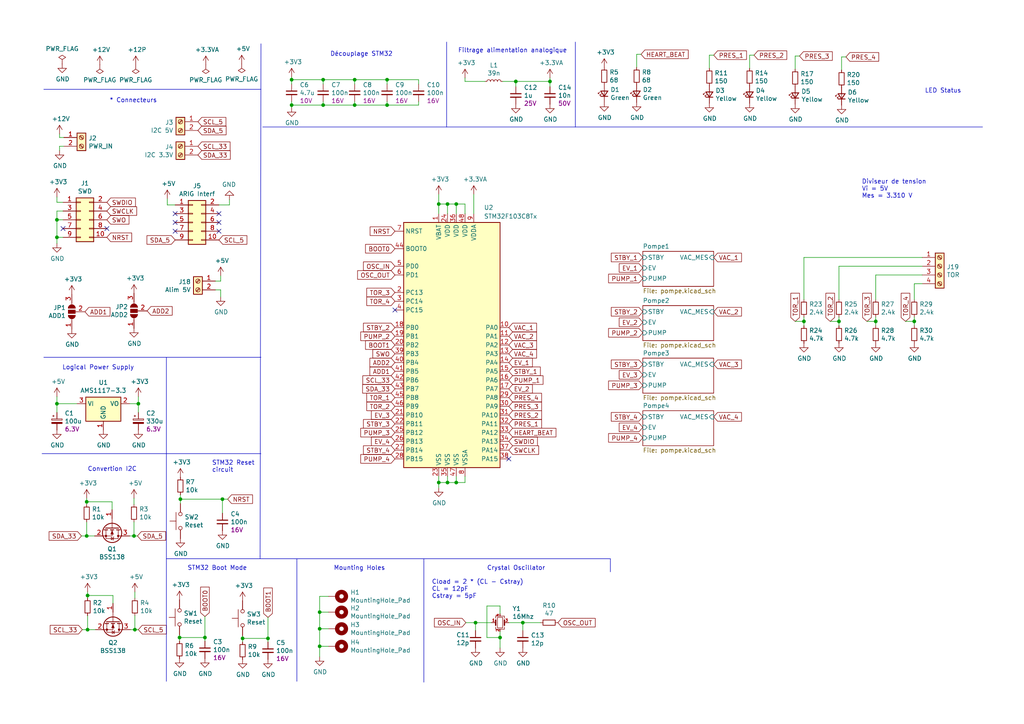
<source format=kicad_sch>
(kicad_sch (version 20230121) (generator eeschema)
  (paper "A4")
  (junction (at 112.268 30.48))
  (junction (at 16.51 117.094))
  (junction (at 254 93.218))
  (junction (at 25.146 145.542))
  (junction (at 159.512 23.622))
  (junction (at 40.132 117.094))
  (junction (at 137.922 180.594))
  (junction (at 64.516 144.78))
  (junction (at 127.254 139.954))
  (junction (at 52.324 144.78))
  (junction (at 132.334 139.954))
  (junction (at 129.794 59.182))
  (junction (at 129.794 139.954))
  (junction (at 84.582 30.48))
  (junction (at 233.172 93.218))
  (junction (at 25.146 155.448))
  (junction (at 70.358 185.166))
  (junction (at 151.638 180.594))
  (junction (at 92.71 187.452))
  (junction (at 132.334 59.182))
  (junction (at 93.726 30.48))
  (junction (at 127.254 59.182))
  (junction (at 52.07 184.912))
  (junction (at 59.436 184.912))
  (junction (at 112.268 23.114))
  (junction (at 92.71 177.546))
  (junction (at 265.176 93.218))
  (junction (at 39.116 182.626))
  (junction (at 77.724 185.166))
  (junction (at 93.726 23.114))
  (junction (at 84.582 23.114))
  (junction (at 102.87 23.114))
  (junction (at 25.4 172.72))
  (junction (at 243.332 93.218))
  (junction (at 16.51 68.834))
  (junction (at 25.4 182.626))
  (junction (at 38.862 155.448))
  (junction (at 145.034 184.912))
  (junction (at 102.87 30.48))
  (junction (at 16.51 63.754))
  (junction (at 149.606 23.622))
  (junction (at 92.71 182.372))
  (no_connect (at 30.988 66.294))
  (no_connect (at 50.8 67.056))
  (no_connect (at 114.554 89.916))
  (no_connect (at 63.5 64.516))
  (no_connect (at 63.5 61.976))
  (no_connect (at 147.574 133.096))
  (no_connect (at 63.5 67.056))
  (no_connect (at 50.8 64.516))
  (no_connect (at 50.8 61.976))
  (no_connect (at 18.288 66.294))
  (wire (pts (xy 50.8 59.436) (xy 48.514 59.436)))
  (wire (pts (xy 137.922 182.88) (xy 137.922 180.594)))
  (wire (pts (xy 134.874 61.976) (xy 134.874 59.182)))
  (wire (pts (xy 23.876 182.626) (xy 25.4 182.626)))
  (wire (pts (xy 233.172 74.676) (xy 233.172 86.868)))
  (wire (pts (xy 77.724 186.182) (xy 77.724 185.166)))
  (wire (pts (xy 127.254 139.954) (xy 127.254 141.478)))
  (wire (pts (xy 134.874 59.182) (xy 132.334 59.182)))
  (wire (pts (xy 230.632 93.218) (xy 233.172 93.218)))
  (wire (pts (xy 265.176 93.218) (xy 265.176 94.488)))
  (wire (pts (xy 233.172 74.676) (xy 267.462 74.676)))
  (wire (pts (xy 262.636 93.218) (xy 265.176 93.218)))
  (wire (pts (xy 141.224 175.768) (xy 141.224 184.912)))
  (polyline (pts (xy 166.878 36.83) (xy 166.878 12.192)))
  (wire (pts (xy 38.862 155.448) (xy 37.592 155.448)))
  (wire (pts (xy 265.176 82.296) (xy 265.176 86.868)))
  (wire (pts (xy 230.632 16.256) (xy 231.902 16.256)))
  (wire (pts (xy 64.008 84.074) (xy 64.008 86.106)))
  (wire (pts (xy 92.71 177.546) (xy 92.71 172.974)))
  (wire (pts (xy 145.034 184.912) (xy 145.034 187.96)))
  (wire (pts (xy 16.51 58.674) (xy 16.51 57.15)))
  (wire (pts (xy 52.324 146.05) (xy 52.324 144.78)))
  (wire (pts (xy 151.638 180.594) (xy 147.574 180.594)))
  (wire (pts (xy 70.358 185.166) (xy 70.358 184.404)))
  (wire (pts (xy 93.726 23.114) (xy 84.582 23.114)))
  (wire (pts (xy 132.334 138.176) (xy 132.334 139.954)))
  (wire (pts (xy 102.87 23.114) (xy 93.726 23.114)))
  (polyline (pts (xy 12.7 25.908) (xy 75.692 25.908)))
  (wire (pts (xy 84.582 30.48) (xy 84.582 31.242)))
  (polyline (pts (xy 177.038 162.052) (xy 177.038 165.862)))
  (wire (pts (xy 243.332 93.218) (xy 243.332 94.488)))
  (wire (pts (xy 16.51 63.754) (xy 16.51 61.214)))
  (wire (pts (xy 16.51 119.634) (xy 16.51 117.094)))
  (wire (pts (xy 16.51 117.094) (xy 16.51 115.062)))
  (wire (pts (xy 52.324 144.78) (xy 52.324 143.51)))
  (wire (pts (xy 244.094 20.32) (xy 244.094 16.51)))
  (wire (pts (xy 64.008 81.534) (xy 64.008 80.01)))
  (wire (pts (xy 38.862 151.384) (xy 38.862 155.448)))
  (wire (pts (xy 95.25 177.546) (xy 92.71 177.546)))
  (wire (pts (xy 95.25 182.372) (xy 92.71 182.372)))
  (wire (pts (xy 16.51 61.214) (xy 18.288 61.214)))
  (wire (pts (xy 121.412 30.48) (xy 112.268 30.48)))
  (wire (pts (xy 40.132 182.626) (xy 39.116 182.626)))
  (wire (pts (xy 137.414 61.976) (xy 137.414 56.388)))
  (wire (pts (xy 102.87 24.384) (xy 102.87 23.114)))
  (wire (pts (xy 267.462 77.216) (xy 243.332 77.216)))
  (wire (pts (xy 77.724 179.07) (xy 77.724 185.166)))
  (polyline (pts (xy 75.438 162.052) (xy 75.438 161.29)))
  (wire (pts (xy 92.71 187.452) (xy 92.71 182.372)))
  (wire (pts (xy 129.794 59.182) (xy 127.254 59.182)))
  (wire (pts (xy 62.484 84.074) (xy 64.008 84.074)))
  (wire (pts (xy 254 79.756) (xy 254 86.868)))
  (wire (pts (xy 93.726 30.48) (xy 84.582 30.48)))
  (wire (pts (xy 127.254 138.176) (xy 127.254 139.954)))
  (wire (pts (xy 145.034 175.768) (xy 141.224 175.768)))
  (wire (pts (xy 134.874 23.622) (xy 140.716 23.622)))
  (wire (pts (xy 184.658 15.748) (xy 185.928 15.748)))
  (wire (pts (xy 25.4 171.704) (xy 25.4 172.72)))
  (polyline (pts (xy 76.2 36.83) (xy 284.988 36.83)))
  (wire (pts (xy 39.116 173.482) (xy 39.116 171.704)))
  (wire (pts (xy 129.794 59.182) (xy 129.794 61.976)))
  (wire (pts (xy 16.51 117.094) (xy 22.352 117.094)))
  (polyline (pts (xy 12.192 131.572) (xy 75.692 131.572)))
  (wire (pts (xy 159.512 25.146) (xy 159.512 23.622)))
  (wire (pts (xy 70.358 186.182) (xy 70.358 185.166)))
  (wire (pts (xy 132.334 139.954) (xy 129.794 139.954)))
  (wire (pts (xy 205.74 19.812) (xy 205.74 16.002)))
  (wire (pts (xy 243.332 91.948) (xy 243.332 93.218)))
  (polyline (pts (xy 48.26 162.052) (xy 177.038 162.052)))
  (wire (pts (xy 25.146 145.542) (xy 25.146 146.304)))
  (wire (pts (xy 32.512 145.542) (xy 32.512 147.828)))
  (wire (pts (xy 265.176 91.948) (xy 265.176 93.218)))
  (wire (pts (xy 18.542 42.418) (xy 17.272 42.418)))
  (wire (pts (xy 92.71 190.5) (xy 92.71 187.452)))
  (wire (pts (xy 18.288 68.834) (xy 16.51 68.834)))
  (wire (pts (xy 141.224 184.912) (xy 145.034 184.912)))
  (wire (pts (xy 205.74 16.002) (xy 207.01 16.002)))
  (wire (pts (xy 25.146 151.384) (xy 25.146 155.448)))
  (wire (pts (xy 59.436 184.912) (xy 52.07 184.912)))
  (wire (pts (xy 52.07 184.912) (xy 52.07 184.15)))
  (wire (pts (xy 39.116 182.626) (xy 37.846 182.626)))
  (wire (pts (xy 63.5 59.436) (xy 66.548 59.436)))
  (wire (pts (xy 37.592 117.094) (xy 40.132 117.094)))
  (wire (pts (xy 25.4 182.626) (xy 27.686 182.626)))
  (wire (pts (xy 59.436 185.928) (xy 59.436 184.912)))
  (wire (pts (xy 92.71 182.372) (xy 92.71 177.546)))
  (wire (pts (xy 156.718 180.594) (xy 151.638 180.594)))
  (wire (pts (xy 17.272 39.878) (xy 17.272 38.862)))
  (wire (pts (xy 62.484 81.534) (xy 64.008 81.534)))
  (wire (pts (xy 93.726 24.384) (xy 93.726 23.114)))
  (wire (pts (xy 134.874 138.176) (xy 134.874 139.954)))
  (wire (pts (xy 18.542 39.878) (xy 17.272 39.878)))
  (wire (pts (xy 84.582 29.464) (xy 84.582 30.48)))
  (wire (pts (xy 112.268 29.464) (xy 112.268 30.48)))
  (wire (pts (xy 217.424 16.002) (xy 218.694 16.002)))
  (wire (pts (xy 243.332 77.216) (xy 243.332 86.868)))
  (wire (pts (xy 254 93.218) (xy 254 94.488)))
  (wire (pts (xy 145.034 183.134) (xy 145.034 184.912)))
  (wire (pts (xy 25.4 172.72) (xy 25.4 173.482)))
  (wire (pts (xy 233.172 91.948) (xy 233.172 93.218)))
  (wire (pts (xy 267.462 79.756) (xy 254 79.756)))
  (wire (pts (xy 95.25 187.452) (xy 92.71 187.452)))
  (wire (pts (xy 32.512 145.542) (xy 25.146 145.542)))
  (wire (pts (xy 16.51 70.612) (xy 16.51 68.834)))
  (wire (pts (xy 121.412 23.114) (xy 112.268 23.114)))
  (wire (pts (xy 230.632 20.066) (xy 230.632 16.256)))
  (wire (pts (xy 129.794 139.954) (xy 127.254 139.954)))
  (wire (pts (xy 121.412 29.464) (xy 121.412 30.48)))
  (wire (pts (xy 59.436 178.816) (xy 59.436 184.912)))
  (wire (pts (xy 84.582 23.114) (xy 84.582 22.352)))
  (wire (pts (xy 84.582 24.384) (xy 84.582 23.114)))
  (wire (pts (xy 32.766 172.72) (xy 32.766 175.006)))
  (wire (pts (xy 52.07 185.928) (xy 52.07 184.912)))
  (wire (pts (xy 134.874 22.606) (xy 134.874 23.622)))
  (wire (pts (xy 129.794 138.176) (xy 129.794 139.954)))
  (wire (pts (xy 38.862 146.304) (xy 38.862 144.526)))
  (wire (pts (xy 32.766 172.72) (xy 25.4 172.72)))
  (wire (pts (xy 244.094 16.51) (xy 245.364 16.51)))
  (wire (pts (xy 112.268 24.384) (xy 112.268 23.114)))
  (wire (pts (xy 40.132 117.094) (xy 40.132 115.062)))
  (wire (pts (xy 132.334 61.976) (xy 132.334 59.182)))
  (wire (pts (xy 23.622 155.448) (xy 25.146 155.448)))
  (wire (pts (xy 64.516 148.844) (xy 64.516 144.78)))
  (wire (pts (xy 102.87 30.48) (xy 93.726 30.48)))
  (polyline (pts (xy 75.692 12.7) (xy 75.438 161.29)))
  (wire (pts (xy 134.874 139.954) (xy 132.334 139.954)))
  (wire (pts (xy 48.514 59.436) (xy 48.514 57.658)))
  (polyline (pts (xy 48.26 103.632) (xy 48.26 197.612)))
  (wire (pts (xy 151.638 182.88) (xy 151.638 180.594)))
  (wire (pts (xy 121.412 24.384) (xy 121.412 23.114)))
  (wire (pts (xy 149.606 23.622) (xy 159.512 23.622)))
  (wire (pts (xy 112.268 23.114) (xy 102.87 23.114)))
  (polyline (pts (xy 12.7 103.632) (xy 75.692 103.632)))
  (wire (pts (xy 93.726 29.464) (xy 93.726 30.48)))
  (polyline (pts (xy 122.936 162.052) (xy 122.936 197.866)))
  (wire (pts (xy 102.87 29.464) (xy 102.87 30.48)))
  (wire (pts (xy 92.71 172.974) (xy 95.25 172.974)))
  (wire (pts (xy 240.792 93.218) (xy 243.332 93.218)))
  (wire (pts (xy 18.288 58.674) (xy 16.51 58.674)))
  (wire (pts (xy 149.606 25.146) (xy 149.606 23.622)))
  (wire (pts (xy 40.132 119.634) (xy 40.132 117.094)))
  (wire (pts (xy 217.424 19.812) (xy 217.424 16.002)))
  (wire (pts (xy 39.116 178.562) (xy 39.116 182.626)))
  (wire (pts (xy 159.512 23.622) (xy 159.512 22.606)))
  (wire (pts (xy 145.796 23.622) (xy 149.606 23.622)))
  (wire (pts (xy 64.516 144.78) (xy 52.324 144.78)))
  (wire (pts (xy 25.146 155.448) (xy 27.432 155.448)))
  (polyline (pts (xy 86.106 162.052) (xy 86.106 197.612)))
  (wire (pts (xy 112.268 30.48) (xy 102.87 30.48)))
  (polyline (pts (xy 129.54 36.83) (xy 129.54 12.192)))
  (wire (pts (xy 127.254 59.182) (xy 127.254 56.388)))
  (wire (pts (xy 137.922 180.594) (xy 135.128 180.594)))
  (wire (pts (xy 251.46 93.218) (xy 254 93.218)))
  (wire (pts (xy 18.288 63.754) (xy 16.51 63.754)))
  (wire (pts (xy 233.172 93.218) (xy 233.172 94.488)))
  (wire (pts (xy 25.146 144.526) (xy 25.146 145.542)))
  (wire (pts (xy 137.922 180.594) (xy 142.494 180.594)))
  (wire (pts (xy 132.334 59.182) (xy 129.794 59.182)))
  (wire (pts (xy 66.548 59.436) (xy 66.548 57.912)))
  (wire (pts (xy 25.4 178.562) (xy 25.4 182.626)))
  (wire (pts (xy 16.51 68.834) (xy 16.51 63.754)))
  (wire (pts (xy 254 91.948) (xy 254 93.218)))
  (wire (pts (xy 39.878 155.448) (xy 38.862 155.448)))
  (wire (pts (xy 77.724 185.166) (xy 70.358 185.166)))
  (wire (pts (xy 184.658 19.558) (xy 184.658 15.748)))
  (wire (pts (xy 17.272 42.418) (xy 17.272 43.688)))
  (wire (pts (xy 145.034 178.054) (xy 145.034 175.768)))
  (wire (pts (xy 267.462 82.296) (xy 265.176 82.296)))
  (wire (pts (xy 64.516 144.78) (xy 66.04 144.78)))
  (wire (pts (xy 127.254 59.182) (xy 127.254 61.976)))
  (text "STM32 Reset \ncircuit" (at 61.468 137.16 0) (effects (font (size 1.27 1.27)) (justify left bottom)))
  (text "Diviseur de tension\nVi = 5V\nMes = 3.310 V" (at 249.936 57.658 0) (effects (font (size 1.27 1.27)) (justify left bottom)))
  (text "Convertion I2C" (at 25.4 136.906 0) (effects (font (size 1.27 1.27)) (justify left bottom)))
  (text "Logical Power Supply" (at 18.034 107.442 0) (effects (font (size 1.27 1.27)) (justify left bottom)))
  (text "Mounting Holes" (at 96.774 165.608 0) (effects (font (size 1.27 1.27)) (justify left bottom)))
  (text "LED Status" (at 268.224 27.178 0) (effects (font (size 1.27 1.27)) (justify left bottom)))
  (text "Cload = 2 * (CL - Cstray)\nCL = 12pF\nCstray = 5pF" (at 125.222 173.736 0) (effects (font (size 1.27 1.27)) (justify left bottom)))
  (text "STM32 Boot Mode" (at 54.356 165.608 0) (effects (font (size 1.27 1.27)) (justify left bottom)))
  (text "Filtrage alimentation analogique" (at 132.842 15.494 0) (effects (font (size 1.27 1.27)) (justify left bottom)))
  (text "* Connecteurs" (at 31.75 29.972 0) (effects (font (size 1.27 1.27)) (justify left bottom)))
  (text "Découplage STM32" (at 95.758 16.51 0) (effects (font (size 1.27 1.27)) (justify left bottom)))
  (text "Crystal Oscillator" (at 141.224 165.608 0) (effects (font (size 1.27 1.27)) (justify left bottom)))
  (global_label "SCL_33" (shape input) (at 114.554 110.236 180) (property "Intersheetrefs" "${INTERSHEET_REFS}" (effects hide)))
  (global_label "OSC_OUT" (shape input) (at 161.798 180.594 0) (property "Intersheetrefs" "${INTERSHEET_REFS}" (effects hide)))
  (global_label "TOR_1" (shape input) (at 230.632 93.218 90) (property "Intersheetrefs" "${INTERSHEET_REFS}" (effects hide)))
  (global_label "PRES_4" (shape input) (at 245.364 16.51 0) (property "Intersheetrefs" "${INTERSHEET_REFS}" (effects hide)))
  (global_label "STBY_1" (shape input) (at 147.574 107.696 0) (property "Intersheetrefs" "${INTERSHEET_REFS}" (effects hide)))
  (global_label "SDA_33" (shape input) (at 23.622 155.448 180) (property "Intersheetrefs" "${INTERSHEET_REFS}" (effects hide)))
  (global_label "TOR_3" (shape input) (at 114.554 84.836 180) (property "Intersheetrefs" "${INTERSHEET_REFS}" (effects hide)))
  (global_label "SWO" (shape input) (at 114.554 102.616 180) (property "Intersheetrefs" "${INTERSHEET_REFS}" (effects hide)))
  (global_label "SWDIO" (shape input) (at 147.574 128.016 0) (property "Intersheetrefs" "${INTERSHEET_REFS}" (effects hide)))
  (global_label "BOOT1" (shape input) (at 77.724 179.07 90) (property "Intersheetrefs" "${INTERSHEET_REFS}" (effects hide)))
  (global_label "PUMP_4" (shape input) (at 114.554 133.096 180) (property "Intersheetrefs" "${INTERSHEET_REFS}" (effects hide)))
  (global_label "PRES_3" (shape input) (at 147.574 117.856 0) (property "Intersheetrefs" "${INTERSHEET_REFS}" (effects hide)))
  (global_label "EV_2" (shape input) (at 186.436 93.472 180) (property "Intersheetrefs" "${INTERSHEET_REFS}" (effects hide)))
  (global_label "SDA_33" (shape input) (at 57.404 44.958 0) (property "Intersheetrefs" "${INTERSHEET_REFS}" (effects hide)))
  (global_label "OSC_IN" (shape input) (at 114.554 77.216 180) (property "Intersheetrefs" "${INTERSHEET_REFS}" (effects hide)))
  (global_label "TOR_1" (shape input) (at 114.554 115.316 180) (property "Intersheetrefs" "${INTERSHEET_REFS}" (effects hide)))
  (global_label "VAC_2" (shape input) (at 207.01 90.424 0) (property "Intersheetrefs" "${INTERSHEET_REFS}" (effects hide)))
  (global_label "BOOT0" (shape input) (at 114.554 72.136 180) (property "Intersheetrefs" "${INTERSHEET_REFS}" (effects hide)))
  (global_label "BOOT0" (shape input) (at 59.436 178.816 90) (property "Intersheetrefs" "${INTERSHEET_REFS}" (effects hide)))
  (global_label "ADD1" (shape input) (at 114.554 107.696 180) (property "Intersheetrefs" "${INTERSHEET_REFS}" (effects hide)))
  (global_label "SDA_5" (shape input) (at 50.8 69.596 180) (property "Intersheetrefs" "${INTERSHEET_REFS}" (effects hide)))
  (global_label "HEART_BEAT" (shape input) (at 185.928 15.748 0) (property "Intersheetrefs" "${INTERSHEET_REFS}" (effects hide)))
  (global_label "VAC_1" (shape input) (at 207.01 74.676 0) (property "Intersheetrefs" "${INTERSHEET_REFS}" (effects hide)))
  (global_label "ADD2" (shape input) (at 114.554 105.156 180) (property "Intersheetrefs" "${INTERSHEET_REFS}" (effects hide)))
  (global_label "SDA_5" (shape input) (at 57.404 37.846 0) (property "Intersheetrefs" "${INTERSHEET_REFS}" (effects hide)))
  (global_label "TOR_4" (shape input) (at 262.636 93.218 90) (property "Intersheetrefs" "${INTERSHEET_REFS}" (effects hide)))
  (global_label "EV_3" (shape input) (at 114.554 120.396 180) (property "Intersheetrefs" "${INTERSHEET_REFS}" (effects hide)))
  (global_label "PRES_1" (shape input) (at 147.574 122.936 0) (property "Intersheetrefs" "${INTERSHEET_REFS}" (effects hide)))
  (global_label "SWCLK" (shape input) (at 30.988 61.214 0) (property "Intersheetrefs" "${INTERSHEET_REFS}" (effects hide)))
  (global_label "HEART_BEAT" (shape input) (at 147.574 125.476 0) (property "Intersheetrefs" "${INTERSHEET_REFS}" (effects hide)))
  (global_label "NRST" (shape input) (at 114.554 67.056 180) (property "Intersheetrefs" "${INTERSHEET_REFS}" (effects hide)))
  (global_label "PUMP_1" (shape input) (at 147.574 110.236 0) (property "Intersheetrefs" "${INTERSHEET_REFS}" (effects hide)))
  (global_label "STBY_4" (shape input) (at 186.436 120.904 180) (property "Intersheetrefs" "${INTERSHEET_REFS}" (effects hide)))
  (global_label "SWCLK" (shape input) (at 147.574 130.556 0) (property "Intersheetrefs" "${INTERSHEET_REFS}" (effects hide)))
  (global_label "EV_4" (shape input) (at 114.554 128.016 180) (property "Intersheetrefs" "${INTERSHEET_REFS}" (effects hide)))
  (global_label "TOR_2" (shape input) (at 240.792 93.218 90) (property "Intersheetrefs" "${INTERSHEET_REFS}" (effects hide)))
  (global_label "PRES_2" (shape input) (at 218.694 16.002 0) (property "Intersheetrefs" "${INTERSHEET_REFS}" (effects hide)))
  (global_label "STBY_3" (shape input) (at 186.436 105.664 180) (property "Intersheetrefs" "${INTERSHEET_REFS}" (effects hide)))
  (global_label "PRES_1" (shape input) (at 207.01 16.002 0) (property "Intersheetrefs" "${INTERSHEET_REFS}" (effects hide)))
  (global_label "SCL_5" (shape input) (at 63.5 69.596 0) (property "Intersheetrefs" "${INTERSHEET_REFS}" (effects hide)))
  (global_label "OSC_IN" (shape input) (at 135.128 180.594 180) (property "Intersheetrefs" "${INTERSHEET_REFS}" (effects hide)))
  (global_label "EV_2" (shape input) (at 147.574 112.776 0) (property "Intersheetrefs" "${INTERSHEET_REFS}" (effects hide)))
  (global_label "PRES_2" (shape input) (at 147.574 120.396 0) (property "Intersheetrefs" "${INTERSHEET_REFS}" (effects hide)))
  (global_label "PUMP_4" (shape input) (at 186.436 127 180) (property "Intersheetrefs" "${INTERSHEET_REFS}" (effects hide)))
  (global_label "STBY_2" (shape input) (at 114.554 94.996 180) (property "Intersheetrefs" "${INTERSHEET_REFS}" (effects hide)))
  (global_label "SWDIO" (shape input) (at 30.988 58.674 0) (property "Intersheetrefs" "${INTERSHEET_REFS}" (effects hide)))
  (global_label "STBY_4" (shape input) (at 114.554 130.556 180) (property "Intersheetrefs" "${INTERSHEET_REFS}" (effects hide)))
  (global_label "VAC_4" (shape input) (at 207.01 120.904 0) (property "Intersheetrefs" "${INTERSHEET_REFS}" (effects hide)))
  (global_label "EV_4" (shape input) (at 186.436 123.952 180) (property "Intersheetrefs" "${INTERSHEET_REFS}" (effects hide)))
  (global_label "ADD2" (shape input) (at 42.672 90.17 0) (property "Intersheetrefs" "${INTERSHEET_REFS}" (effects hide)))
  (global_label "PRES_4" (shape input) (at 147.574 115.316 0) (property "Intersheetrefs" "${INTERSHEET_REFS}" (effects hide)))
  (global_label "VAC_3" (shape input) (at 147.574 100.076 0) (property "Intersheetrefs" "${INTERSHEET_REFS}" (effects hide)))
  (global_label "VAC_4" (shape input) (at 147.574 102.616 0) (property "Intersheetrefs" "${INTERSHEET_REFS}" (effects hide)))
  (global_label "PUMP_2" (shape input) (at 114.554 97.536 180) (property "Intersheetrefs" "${INTERSHEET_REFS}" (effects hide)))
  (global_label "EV_1" (shape input) (at 147.574 105.156 0) (property "Intersheetrefs" "${INTERSHEET_REFS}" (effects hide)))
  (global_label "STBY_1" (shape input) (at 186.436 74.676 180) (property "Intersheetrefs" "${INTERSHEET_REFS}" (effects hide)))
  (global_label "STBY_2" (shape input) (at 186.436 90.424 180) (property "Intersheetrefs" "${INTERSHEET_REFS}" (effects hide)))
  (global_label "EV_3" (shape input) (at 186.436 108.712 180) (property "Intersheetrefs" "${INTERSHEET_REFS}" (effects hide)))
  (global_label "VAC_3" (shape input) (at 207.01 105.664 0) (property "Intersheetrefs" "${INTERSHEET_REFS}" (effects hide)))
  (global_label "TOR_4" (shape input) (at 114.554 87.376 180) (property "Intersheetrefs" "${INTERSHEET_REFS}" (effects hide)))
  (global_label "EV_1" (shape input) (at 186.436 77.724 180) (property "Intersheetrefs" "${INTERSHEET_REFS}" (effects hide)))
  (global_label "BOOT1" (shape input) (at 114.554 100.076 180) (property "Intersheetrefs" "${INTERSHEET_REFS}" (effects hide)))
  (global_label "TOR_2" (shape input) (at 114.554 117.856 180) (property "Intersheetrefs" "${INTERSHEET_REFS}" (effects hide)))
  (global_label "VAC_2" (shape input) (at 147.574 97.536 0) (property "Intersheetrefs" "${INTERSHEET_REFS}" (effects hide)))
  (global_label "STBY_3" (shape input) (at 114.554 122.936 180) (property "Intersheetrefs" "${INTERSHEET_REFS}" (effects hide)))
  (global_label "PUMP_2" (shape input) (at 186.436 96.52 180) (property "Intersheetrefs" "${INTERSHEET_REFS}" (effects hide)))
  (global_label "SCL_5" (shape input) (at 40.132 182.626 0) (property "Intersheetrefs" "${INTERSHEET_REFS}" (effects hide)))
  (global_label "VAC_1" (shape input) (at 147.574 94.996 0) (property "Intersheetrefs" "${INTERSHEET_REFS}" (effects hide)))
  (global_label "SCL_5" (shape input) (at 57.404 35.306 0) (property "Intersheetrefs" "${INTERSHEET_REFS}" (effects hide)))
  (global_label "PUMP_3" (shape input) (at 186.436 111.76 180) (property "Intersheetrefs" "${INTERSHEET_REFS}" (effects hide)))
  (global_label "NRST" (shape input) (at 66.04 144.78 0) (property "Intersheetrefs" "${INTERSHEET_REFS}" (effects hide)))
  (global_label "SDA_5" (shape input) (at 39.878 155.448 0) (property "Intersheetrefs" "${INTERSHEET_REFS}" (effects hide)))
  (global_label "NRST" (shape input) (at 30.988 68.834 0) (property "Intersheetrefs" "${INTERSHEET_REFS}" (effects hide)))
  (global_label "SWO" (shape input) (at 30.988 63.754 0) (property "Intersheetrefs" "${INTERSHEET_REFS}" (effects hide)))
  (global_label "PRES_3" (shape input) (at 231.902 16.256 0) (property "Intersheetrefs" "${INTERSHEET_REFS}" (effects hide)))
  (global_label "OSC_OUT" (shape input) (at 114.554 79.756 180) (property "Intersheetrefs" "${INTERSHEET_REFS}" (effects hide)))
  (global_label "ADD1" (shape input) (at 24.638 90.424 0) (property "Intersheetrefs" "${INTERSHEET_REFS}" (effects hide)))
  (global_label "PUMP_3" (shape input) (at 114.554 125.476 180) (property "Intersheetrefs" "${INTERSHEET_REFS}" (effects hide)))
  (global_label "SCL_33" (shape input) (at 57.404 42.418 0) (property "Intersheetrefs" "${INTERSHEET_REFS}" (effects hide)))
  (global_label "PUMP_1" (shape input) (at 186.436 80.772 180) (property "Intersheetrefs" "${INTERSHEET_REFS}" (effects hide)))
  (global_label "SDA_33" (shape input) (at 114.554 112.776 180) (property "Intersheetrefs" "${INTERSHEET_REFS}" (effects hide)))
  (global_label "TOR_3" (shape input) (at 251.46 93.218 90) (property "Intersheetrefs" "${INTERSHEET_REFS}" (effects hide)))
  (global_label "SCL_33" (shape input) (at 23.876 182.626 180) (property "Intersheetrefs" "${INTERSHEET_REFS}" (effects hide)))
  (symbol (lib_id "power:GND") (at 18.034 18.542 0) (unit 1)
    (property "Reference" "#PWR07" (effects hide))
    (property "Value" "GND" (at 18.161 22.9362 0))
  )
  (symbol (lib_id "power:+12V") (at 28.956 18.796 0) (unit 1)
    (property "Reference" "#PWR012" (effects hide))
    (property "Value" "+12V" (at 29.337 14.4018 0))
  )
  (symbol (lib_id "power:+12P") (at 39.37 18.796 0) (unit 1)
    (property "Reference" "#PWR018" (effects hide))
    (property "Value" "+12P" (at 39.751 14.4018 0))
  )
  (symbol (lib_id "power:+5V") (at 70.104 18.542 0) (unit 1)
    (property "Reference" "#PWR034" (effects hide))
    (property "Value" "+5V" (at 70.485 14.1478 0))
  )
  (symbol (lib_id "Connector:Screw_Terminal_01x02") (at 23.622 39.878 0) (unit 1)
    (property "Reference" "J2" (at 25.654 40.0812 0) (effects (justify left)))
    (property "Value" "PWR_IN" (at 25.654 42.3926 0) (effects (justify left)))
    (property "Footprint" "TerminalBlock_Phoenix:TerminalBlock_Phoenix_MKDS-1,5-2-5.08_1x02_P5.08mm_Horizontal" (effects hide))
    (property "JLCPCB BOM" "0" (effects hide))
  )
  (symbol (lib_id "power:GND") (at 17.272 43.688 0) (unit 1)
    (property "Reference" "#PWR06" (effects hide))
    (property "Value" "GND" (at 17.399 48.0822 0))
  )
  (symbol (lib_id "power:+12V") (at 17.272 38.862 0) (unit 1)
    (property "Reference" "#PWR05" (effects hide))
    (property "Value" "+12V" (at 17.653 34.4678 0))
  )
  (symbol (lib_id "power:PWR_FLAG") (at 18.034 18.542 0) (unit 1)
    (property "Reference" "#FLG01" (effects hide))
    (property "Value" "PWR_FLAG" (at 18.034 14.1478 0))
  )
  (symbol (lib_id "power:PWR_FLAG") (at 28.956 18.796 180) (unit 1)
    (property "Reference" "#FLG02" (effects hide))
    (property "Value" "PWR_FLAG" (at 28.956 23.1902 0))
  )
  (symbol (lib_id "power:PWR_FLAG") (at 39.37 18.796 180) (unit 1)
    (property "Reference" "#FLG03" (effects hide))
    (property "Value" "PWR_FLAG" (at 39.37 23.1902 0))
  )
  (symbol (lib_id "power:PWR_FLAG") (at 70.104 18.542 180) (unit 1)
    (property "Reference" "#FLG06" (effects hide))
    (property "Value" "PWR_FLAG" (at 70.104 22.9362 0))
  )
  (symbol (lib_id "Connector_Generic:Conn_02x05_Odd_Even") (at 55.88 64.516 0) (unit 1)
    (property "Reference" "J5" (at 57.15 53.9242 0))
    (property "Value" "ARIG Interf" (at 57.15 56.2356 0))
    (property "Footprint" "Connector_IDC:IDC-Header_2x05_P2.54mm_Vertical" (effects hide))
    (property "JLCPCB BOM" "0" (effects hide))
  )
  (symbol (lib_id "power:+5V") (at 48.514 57.658 0) (unit 1)
    (property "Reference" "#PWR021" (effects hide))
    (property "Value" "+5V" (at 48.895 53.2638 0))
  )
  (symbol (lib_id "power:GND") (at 66.548 57.912 180) (unit 1)
    (property "Reference" "#PWR033" (effects hide))
    (property "Value" "GND" (at 66.421 53.5178 0))
  )
  (symbol (lib_id "Connector_Generic:Conn_02x05_Odd_Even") (at 23.368 63.754 0) (unit 1)
    (property "Reference" "J1" (at 24.638 53.1622 0))
    (property "Value" "SWD" (at 24.638 55.4736 0))
    (property "Footprint" "Connector_PinHeader_1.27mm:PinHeader_2x05_P1.27mm_Vertical" (effects hide))
    (property "JLCPCB BOM" "0" (effects hide))
  )
  (symbol (lib_id "ControleursPompes-rescue:+3.3V-power") (at 16.51 57.15 0) (unit 1)
    (property "Reference" "#PWR01" (effects hide))
    (property "Value" "+3.3V" (at 16.891 52.7558 0))
  )
  (symbol (lib_id "power:GND") (at 16.51 70.612 0) (unit 1)
    (property "Reference" "#PWR02" (effects hide))
    (property "Value" "GND" (at 16.637 75.0062 0))
  )
  (symbol (lib_id "ControleursPompes-rescue:SolderJumper_3_Open-Jumper") (at 20.828 90.424 90) (unit 1)
    (property "Reference" "JP1" (at 19.1008 89.2556 90) (effects (justify left)))
    (property "Value" "ADD1" (at 19.1008 91.567 90) (effects (justify left)))
    (property "Footprint" "Jumper:SolderJumper-3_P1.3mm_Open_RoundedPad1.0x1.5mm" (effects hide))
    (property "JLCPCB BOM" "0" (effects hide))
  )
  (symbol (lib_id "ControleursPompes-rescue:+3.3V-power") (at 20.828 85.344 0) (unit 1)
    (property "Reference" "#PWR08" (effects hide))
    (property "Value" "+3.3V" (at 21.209 80.9498 0))
  )
  (symbol (lib_id "power:GND") (at 20.828 95.504 0) (unit 1)
    (property "Reference" "#PWR09" (effects hide))
    (property "Value" "GND" (at 20.955 99.8982 0))
  )
  (symbol (lib_id "ControleursPompes-rescue:SolderJumper_3_Open-Jumper") (at 38.862 90.17 90) (unit 1)
    (property "Reference" "JP2" (at 37.1348 89.0016 90) (effects (justify left)))
    (property "Value" "ADD2" (at 37.1348 91.313 90) (effects (justify left)))
    (property "Footprint" "Jumper:SolderJumper-3_P1.3mm_Open_RoundedPad1.0x1.5mm" (effects hide))
    (property "JLCPCB BOM" "0" (effects hide))
  )
  (symbol (lib_id "ControleursPompes-rescue:+3.3V-power") (at 38.862 85.09 0) (unit 1)
    (property "Reference" "#PWR014" (effects hide))
    (property "Value" "+3.3V" (at 39.243 80.6958 0))
  )
  (symbol (lib_id "power:GND") (at 38.862 95.25 0) (unit 1)
    (property "Reference" "#PWR015" (effects hide))
    (property "Value" "GND" (at 38.989 99.6442 0))
  )
  (symbol (lib_id "ControleursPompes-rescue:CP_Small-Device") (at 16.51 122.174 0) (unit 1)
    (property "Reference" "C1" (at 18.7452 119.8626 0) (effects (justify left)))
    (property "Value" "100u" (at 18.7452 122.174 0) (effects (justify left)))
    (property "Footprint" "Capacitor_SMD:CP_Elec_5x5.3" (effects hide))
    (property "Tension" "6.3V" (at 18.7452 124.4854 0) (effects (justify left)))
    (property "LCSC Part" "C249463" (effects hide))
  )
  (symbol (lib_id "ControleursPompes-rescue:CP_Small-Device") (at 40.132 122.174 0) (unit 1)
    (property "Reference" "C2" (at 42.3672 119.8626 0) (effects (justify left)))
    (property "Value" "330u" (at 42.3672 122.174 0) (effects (justify left)))
    (property "Footprint" "Capacitor_SMD:CP_Elec_6.3x7.7" (effects hide))
    (property "Tension" "6.3V" (at 42.3672 124.4854 0) (effects (justify left)))
    (property "LCSC Part" "C249900" (effects hide))
  )
  (symbol (lib_id "Regulator_Linear:AMS1117-3.3") (at 29.972 117.094 0) (unit 1)
    (property "Reference" "U1" (at 29.972 110.9472 0))
    (property "Value" "AMS1117-3.3" (at 29.972 113.2586 0))
    (property "Footprint" "Package_TO_SOT_SMD:SOT-223-3_TabPin2" (effects hide))
    (property "Datasheet" "http://www.advanced-monolithic.com/pdf/ds1117.pdf" (effects hide))
    (property "LCSC Part" "C6186" (effects hide))
  )
  (symbol (lib_id "power:GND") (at 29.972 124.714 0) (unit 1)
    (property "Reference" "#PWR013" (effects hide))
    (property "Value" "GND" (at 30.099 129.1082 0))
  )
  (symbol (lib_id "power:GND") (at 40.132 124.714 0) (unit 1)
    (property "Reference" "#PWR020" (effects hide))
    (property "Value" "GND" (at 40.259 129.1082 0))
  )
  (symbol (lib_id "power:GND") (at 16.51 124.714 0) (unit 1)
    (property "Reference" "#PWR04" (effects hide))
    (property "Value" "GND" (at 16.637 129.1082 0))
  )
  (symbol (lib_id "ControleursPompes-rescue:+3.3V-power") (at 40.132 115.062 0) (unit 1)
    (property "Reference" "#PWR019" (effects hide))
    (property "Value" "+3.3V" (at 40.513 110.6678 0))
  )
  (symbol (lib_id "power:+5V") (at 16.51 115.062 0) (unit 1)
    (property "Reference" "#PWR03" (effects hide))
    (property "Value" "+5V" (at 16.891 110.6678 0))
  )
  (symbol (lib_id "Device:R_Small") (at 175.26 22.098 0) (unit 1)
    (property "Reference" "R5" (at 176.7586 20.9296 0) (effects (justify left)))
    (property "Value" "68" (at 176.7586 23.241 0) (effects (justify left)))
    (property "Footprint" "Resistor_SMD:R_0805_2012Metric_Pad1.20x1.40mm_HandSolder" (effects hide))
    (property "LCSC Part" "C17802" (effects hide))
  )
  (symbol (lib_id "ControleursPompes-rescue:+3.3V-power") (at 175.26 19.558 0) (unit 1)
    (property "Reference" "#PWR023" (effects hide))
    (property "Value" "+3.3V" (at 175.641 15.1638 0))
  )
  (symbol (lib_id "Device:LED_Small") (at 175.26 27.178 90) (unit 1)
    (property "Reference" "D1" (at 177.038 26.0096 90) (effects (justify right)))
    (property "Value" "Green" (at 177.038 28.321 90) (effects (justify right)))
    (property "Footprint" "LED_SMD:LED_0805_2012Metric_Pad1.15x1.40mm_HandSolder" (effects hide))
    (property "LCSC Part" "C63855" (effects hide))
  )
  (symbol (lib_id "power:GND") (at 175.26 29.718 0) (unit 1)
    (property "Reference" "#PWR024" (effects hide))
    (property "Value" "GND" (at 175.387 34.1122 0))
  )
  (symbol (lib_id "Device:R_Small") (at 184.658 22.098 0) (unit 1)
    (property "Reference" "R8" (at 186.1566 20.9296 0) (effects (justify left)))
    (property "Value" "68" (at 186.1566 23.241 0) (effects (justify left)))
    (property "Footprint" "Resistor_SMD:R_0805_2012Metric_Pad1.20x1.40mm_HandSolder" (effects hide))
    (property "LCSC Part" "C17802" (effects hide))
  )
  (symbol (lib_id "Device:LED_Small") (at 184.658 27.178 90) (unit 1)
    (property "Reference" "D2" (at 186.436 26.0096 90) (effects (justify right)))
    (property "Value" "Green" (at 186.436 28.321 90) (effects (justify right)))
    (property "Footprint" "LED_SMD:LED_0805_2012Metric_Pad1.15x1.40mm_HandSolder" (effects hide))
    (property "LCSC Part" "C63855" (effects hide))
  )
  (symbol (lib_id "power:GND") (at 184.658 29.718 0) (unit 1)
    (property "Reference" "#PWR031" (effects hide))
    (property "Value" "GND" (at 184.785 34.1122 0))
  )
  (symbol (lib_id "Transistor_FET:BSS138") (at 32.512 152.908 270) (unit 1)
    (property "Reference" "Q1" (at 32.512 159.2326 90))
    (property "Value" "BSS138" (at 32.512 161.544 90))
    (property "Footprint" "Package_TO_SOT_SMD:SOT-23" (effects hide))
    (property "Datasheet" "https://datasheet.lcsc.com/szlcsc/1909061434_SLKORMICRO-Elec-BSS138_C426569.pdf" (effects hide))
    (property "LCSC Part" "C426569" (effects hide))
  )
  (symbol (lib_id "Device:R_Small") (at 25.146 148.844 0) (unit 1)
    (property "Reference" "R1" (at 26.6446 147.6756 0) (effects (justify left)))
    (property "Value" "10k" (at 26.6446 149.987 0) (effects (justify left)))
    (property "Footprint" "Resistor_SMD:R_0805_2012Metric_Pad1.20x1.40mm_HandSolder" (effects hide))
    (property "LCSC Part" "C17414" (effects hide))
  )
  (symbol (lib_id "ControleursPompes-rescue:+3.3V-power") (at 25.146 144.526 0) (unit 1)
    (property "Reference" "#PWR010" (effects hide))
    (property "Value" "+3.3V" (at 25.527 140.1318 0))
  )
  (symbol (lib_id "Device:R_Small") (at 38.862 148.844 0) (unit 1)
    (property "Reference" "R3" (at 40.3606 147.6756 0) (effects (justify left)))
    (property "Value" "10k" (at 40.3606 149.987 0) (effects (justify left)))
    (property "Footprint" "Resistor_SMD:R_0805_2012Metric_Pad1.20x1.40mm_HandSolder" (effects hide))
    (property "LCSC Part" "C17414" (effects hide))
  )
  (symbol (lib_id "Connector:Screw_Terminal_01x02") (at 52.324 35.306 0) (mirror y) (unit 1)
    (property "Reference" "J3" (at 50.292 35.5092 0) (effects (justify left)))
    (property "Value" "I2C 5V" (at 50.292 37.8206 0) (effects (justify left)))
    (property "Footprint" "TerminalBlock_Phoenix:TerminalBlock_Phoenix_MPT-0,5-2-2.54_1x02_P2.54mm_Horizontal" (effects hide))
    (property "JLCPCB BOM" "0" (effects hide))
  )
  (symbol (lib_id "Connector:Screw_Terminal_01x02") (at 52.324 42.418 0) (mirror y) (unit 1)
    (property "Reference" "J4" (at 50.292 42.6212 0) (effects (justify left)))
    (property "Value" "I2C 3.3V" (at 50.292 44.9326 0) (effects (justify left)))
    (property "Footprint" "TerminalBlock_Phoenix:TerminalBlock_Phoenix_MPT-0,5-2-2.54_1x02_P2.54mm_Horizontal" (effects hide))
    (property "JLCPCB BOM" "0" (effects hide))
  )
  (symbol (lib_id "power:+5V") (at 38.862 144.526 0) (unit 1)
    (property "Reference" "#PWR016" (effects hide))
    (property "Value" "+5V" (at 39.243 140.1318 0))
  )
  (symbol (lib_id "Transistor_FET:BSS138") (at 32.766 180.086 270) (unit 1)
    (property "Reference" "Q2" (at 32.766 186.4106 90))
    (property "Value" "BSS138" (at 32.766 188.722 90))
    (property "Footprint" "Package_TO_SOT_SMD:SOT-23" (effects hide))
    (property "Datasheet" "https://datasheet.lcsc.com/szlcsc/1909061434_SLKORMICRO-Elec-BSS138_C426569.pdf" (effects hide))
    (property "LCSC Part" "C426569" (effects hide))
  )
  (symbol (lib_id "Device:R_Small") (at 25.4 176.022 0) (unit 1)
    (property "Reference" "R2" (at 26.8986 174.8536 0) (effects (justify left)))
    (property "Value" "10k" (at 26.8986 177.165 0) (effects (justify left)))
    (property "Footprint" "Resistor_SMD:R_0805_2012Metric_Pad1.20x1.40mm_HandSolder" (effects hide))
    (property "LCSC Part" "C17414" (effects hide))
  )
  (symbol (lib_id "ControleursPompes-rescue:+3.3V-power") (at 25.4 171.704 0) (unit 1)
    (property "Reference" "#PWR011" (effects hide))
    (property "Value" "+3.3V" (at 25.781 167.3098 0))
  )
  (symbol (lib_id "Device:R_Small") (at 39.116 176.022 0) (unit 1)
    (property "Reference" "R4" (at 40.6146 174.8536 0) (effects (justify left)))
    (property "Value" "10k" (at 40.6146 177.165 0) (effects (justify left)))
    (property "Footprint" "Resistor_SMD:R_0805_2012Metric_Pad1.20x1.40mm_HandSolder" (effects hide))
    (property "LCSC Part" "C17414" (effects hide))
  )
  (symbol (lib_id "power:+5V") (at 39.116 171.704 0) (unit 1)
    (property "Reference" "#PWR017" (effects hide))
    (property "Value" "+5V" (at 39.497 167.3098 0))
  )
  (symbol (lib_id "ControleursPompes-rescue:+3.3V-power") (at 52.324 138.43 0) (unit 1)
    (property "Reference" "#PWR027" (effects hide))
    (property "Value" "+3.3V" (at 52.705 134.0358 0))
  )
  (symbol (lib_id "Device:R_Small") (at 52.324 140.97 0) (unit 1)
    (property "Reference" "R7" (at 53.8226 139.8016 0) (effects (justify left)))
    (property "Value" "10k" (at 53.8226 142.113 0) (effects (justify left)))
    (property "Footprint" "Resistor_SMD:R_0805_2012Metric_Pad1.20x1.40mm_HandSolder" (effects hide))
    (property "LCSC Part" "C17414" (effects hide))
  )
  (symbol (lib_id "power:GND") (at 52.324 156.21 0) (unit 1)
    (property "Reference" "#PWR028" (effects hide))
    (property "Value" "GND" (at 52.451 160.6042 0))
  )
  (symbol (lib_id "Switch:SW_Push") (at 52.324 151.13 90) (mirror x) (unit 1)
    (property "Reference" "SW2" (at 53.5432 149.9616 90) (effects (justify right)))
    (property "Value" "Reset" (at 53.5432 152.273 90) (effects (justify right)))
    (property "Footprint" "ARIG:SW_TS_1088_AR_3x4x2" (effects hide))
    (property "Datasheet" "https://datasheet.lcsc.com/szlcsc/2008221234_XUNPU-TS-1088-AR02016_C720477.pdf" (effects hide))
    (property "LCSC Part" "C720477" (effects hide))
  )
  (symbol (lib_id "Device:C_Small") (at 64.516 151.384 0) (unit 1)
    (property "Reference" "C4" (at 66.8528 149.0726 0) (effects (justify left)))
    (property "Value" "100n" (at 66.8528 151.384 0) (effects (justify left)))
    (property "Footprint" "Capacitor_SMD:C_0402_1005Metric_Pad0.74x0.62mm_HandSolder" (effects hide))
    (property "LCSC Part" "C1525" (effects hide))
    (property "Tension" "16V" (at 66.8528 153.6954 0) (effects (justify left)))
  )
  (symbol (lib_id "power:GND") (at 64.516 153.924 0) (unit 1)
    (property "Reference" "#PWR032" (effects hide))
    (property "Value" "GND" (at 64.643 158.3182 0))
  )
  (symbol (lib_id "Device:R_Small") (at 52.07 188.468 0) (unit 1)
    (property "Reference" "R6" (at 53.5686 187.2996 0) (effects (justify left)))
    (property "Value" "10k" (at 53.5686 189.611 0) (effects (justify left)))
    (property "Footprint" "Resistor_SMD:R_0805_2012Metric_Pad1.20x1.40mm_HandSolder" (effects hide))
    (property "LCSC Part" "C17414" (effects hide))
  )
  (symbol (lib_id "Switch:SW_Push") (at 52.07 179.07 90) (mirror x) (unit 1)
    (property "Reference" "SW1" (at 53.2892 177.9016 90) (effects (justify right)))
    (property "Value" "Reset" (at 53.2892 180.213 90) (effects (justify right)))
    (property "Footprint" "ARIG:SW_TS_1088_AR_3x4x2" (effects hide))
    (property "Datasheet" "https://datasheet.lcsc.com/szlcsc/2008221234_XUNPU-TS-1088-AR02016_C720477.pdf" (effects hide))
    (property "LCSC Part" "C720477" (effects hide))
  )
  (symbol (lib_id "ControleursPompes-rescue:+3.3V-power") (at 52.07 173.99 0) (unit 1)
    (property "Reference" "#PWR025" (effects hide))
    (property "Value" "+3.3V" (at 52.451 169.5958 0))
  )
  (symbol (lib_id "power:GND") (at 52.07 191.008 0) (unit 1)
    (property "Reference" "#PWR026" (effects hide))
    (property "Value" "GND" (at 52.197 195.4022 0))
  )
  (symbol (lib_id "Device:C_Small") (at 59.436 188.468 0) (unit 1)
    (property "Reference" "C3" (at 61.7728 186.1566 0) (effects (justify left)))
    (property "Value" "100n" (at 61.7728 188.468 0) (effects (justify left)))
    (property "Footprint" "Capacitor_SMD:C_0402_1005Metric_Pad0.74x0.62mm_HandSolder" (effects hide))
    (property "LCSC Part" "C1525" (effects hide))
    (property "Tension" "16V" (at 61.7728 190.7794 0) (effects (justify left)))
  )
  (symbol (lib_id "power:GND") (at 59.436 191.008 0) (unit 1)
    (property "Reference" "#PWR029" (effects hide))
    (property "Value" "GND" (at 59.563 195.4022 0))
  )
  (symbol (lib_id "Device:R_Small") (at 70.358 188.722 0) (unit 1)
    (property "Reference" "R9" (at 71.8566 187.5536 0) (effects (justify left)))
    (property "Value" "10k" (at 71.8566 189.865 0) (effects (justify left)))
    (property "Footprint" "Resistor_SMD:R_0805_2012Metric_Pad1.20x1.40mm_HandSolder" (effects hide))
    (property "LCSC Part" "C17414" (effects hide))
  )
  (symbol (lib_id "Switch:SW_Push") (at 70.358 179.324 90) (mirror x) (unit 1)
    (property "Reference" "SW3" (at 71.5772 178.1556 90) (effects (justify right)))
    (property "Value" "Reset" (at 71.5772 180.467 90) (effects (justify right)))
    (property "Footprint" "ARIG:SW_TS_1088_AR_3x4x2" (effects hide))
    (property "Datasheet" "https://datasheet.lcsc.com/szlcsc/2008221234_XUNPU-TS-1088-AR02016_C720477.pdf" (effects hide))
    (property "LCSC Part" "C720477" (effects hide))
  )
  (symbol (lib_id "ControleursPompes-rescue:+3.3V-power") (at 70.358 174.244 0) (unit 1)
    (property "Reference" "#PWR035" (effects hide))
    (property "Value" "+3.3V" (at 70.739 169.8498 0))
  )
  (symbol (lib_id "power:GND") (at 70.358 191.262 0) (unit 1)
    (property "Reference" "#PWR036" (effects hide))
    (property "Value" "GND" (at 70.485 195.6562 0))
  )
  (symbol (lib_id "Device:C_Small") (at 77.724 188.722 0) (unit 1)
    (property "Reference" "C5" (at 80.0608 186.4106 0) (effects (justify left)))
    (property "Value" "100n" (at 80.0608 188.722 0) (effects (justify left)))
    (property "Footprint" "Capacitor_SMD:C_0402_1005Metric_Pad0.74x0.62mm_HandSolder" (effects hide))
    (property "LCSC Part" "C1525" (effects hide))
    (property "Tension" "16V" (at 80.0608 191.0334 0) (effects (justify left)))
  )
  (symbol (lib_id "power:GND") (at 77.724 191.262 0) (unit 1)
    (property "Reference" "#PWR037" (effects hide))
    (property "Value" "GND" (at 77.851 195.6562 0))
  )
  (symbol (lib_id "Mechanical:MountingHole_Pad") (at 97.79 177.546 270) (unit 1)
    (property "Reference" "H2" (at 101.6 176.3776 90) (effects (justify left)))
    (property "Value" "MountingHole_Pad" (at 101.6 178.689 90) (effects (justify left)))
    (property "Footprint" "MountingHole:MountingHole_3.2mm_M3_Pad_Via" (effects hide))
    (property "JLCPCB BOM" "0" (effects hide))
  )
  (symbol (lib_id "Mechanical:MountingHole_Pad") (at 97.79 182.372 270) (unit 1)
    (property "Reference" "H3" (at 101.6 181.2036 90) (effects (justify left)))
    (property "Value" "MountingHole_Pad" (at 101.6 183.515 90) (effects (justify left)))
    (property "Footprint" "MountingHole:MountingHole_3.2mm_M3_Pad_Via" (effects hide))
    (property "JLCPCB BOM" "0" (effects hide))
  )
  (symbol (lib_id "Mechanical:MountingHole_Pad") (at 97.79 187.452 270) (unit 1)
    (property "Reference" "H4" (at 101.6 186.2836 90) (effects (justify left)))
    (property "Value" "MountingHole_Pad" (at 101.6 188.595 90) (effects (justify left)))
    (property "Footprint" "MountingHole:MountingHole_3.2mm_M3_Pad_Via" (effects hide))
    (property "JLCPCB BOM" "0" (effects hide))
  )
  (symbol (lib_id "Mechanical:MountingHole_Pad") (at 97.79 172.974 270) (unit 1)
    (property "Reference" "H1" (at 101.6 171.8056 90) (effects (justify left)))
    (property "Value" "MountingHole_Pad" (at 101.6 174.117 90) (effects (justify left)))
    (property "Footprint" "MountingHole:MountingHole_3.2mm_M3_Pad_Via" (effects hide))
    (property "JLCPCB BOM" "0" (effects hide))
  )
  (symbol (lib_id "power:GND") (at 92.71 190.5 0) (unit 1)
    (property "Reference" "#PWR040" (effects hide))
    (property "Value" "GND" (at 92.837 194.8942 0))
  )
  (symbol (lib_id "Device:C_Small") (at 137.922 185.42 0) (unit 1)
    (property "Reference" "C11" (at 132.334 184.15 0) (effects (justify left)))
    (property "Value" "12p" (at 132.334 186.436 0) (effects (justify left)))
    (property "Footprint" "Capacitor_SMD:C_0402_1005Metric_Pad0.74x0.62mm_HandSolder" (effects hide))
    (property "LCSC Part" "C1547" (effects hide))
    (property "Tension" "50V" (effects hide))
  )
  (symbol (lib_id "Device:Crystal_GND24_Small") (at 145.034 180.594 0) (unit 1)
    (property "Reference" "Y1" (at 148.59 176.53 0) (effects (justify left)))
    (property "Value" "16Mhz" (at 148.59 178.816 0) (effects (justify left)))
    (property "Footprint" "Crystal:Crystal_SMD_3225-4Pin_3.2x2.5mm_HandSoldering" (effects hide))
    (property "LCSC Part" "C13738" (effects hide))
  )
  (symbol (lib_id "Device:C_Small") (at 151.638 185.42 0) (unit 1)
    (property "Reference" "C13" (at 153.9748 184.2516 0) (effects (justify left)))
    (property "Value" "12p" (at 153.9748 186.563 0) (effects (justify left)))
    (property "Footprint" "Capacitor_SMD:C_0402_1005Metric_Pad0.74x0.62mm_HandSolder" (effects hide))
    (property "LCSC Part" "C1547" (effects hide))
    (property "Tension" "50V" (effects hide))
  )
  (symbol (lib_id "Device:R_Small") (at 159.258 180.594 270) (unit 1)
    (property "Reference" "R10" (at 159.258 175.6156 90))
    (property "Value" "47" (at 159.258 177.927 90))
    (property "Footprint" "Resistor_SMD:R_0402_1005Metric_Pad0.72x0.64mm_HandSolder" (effects hide))
    (property "LCSC Part" "C25118" (effects hide))
  )
  (symbol (lib_id "power:GND") (at 137.922 187.96 0) (unit 1)
    (property "Reference" "#PWR045" (effects hide))
    (property "Value" "GND" (at 138.049 192.3542 0))
  )
  (symbol (lib_id "power:GND") (at 151.638 187.96 0) (unit 1)
    (property "Reference" "#PWR048" (effects hide))
    (property "Value" "GND" (at 151.765 192.3542 0))
  )
  (symbol (lib_id "power:GND") (at 145.034 187.96 0) (unit 1)
    (property "Reference" "#PWR046" (effects hide))
    (property "Value" "GND" (at 145.161 192.3542 0))
  )
  (symbol (lib_id "ControleursPompes-rescue:STM32F103C8Tx-MCU_ST_STM32F1") (at 132.334 100.076 0) (unit 1)
    (property "Reference" "U2" (at 141.732 60.198 0))
    (property "Value" "STM32F103C8Tx" (at 148.082 62.738 0))
    (property "Footprint" "Package_QFP:LQFP-48_7x7mm_P0.5mm" (effects hide))
    (property "Datasheet" "http://www.st.com/st-web-ui/static/active/en/resource/technical/document/datasheet/CD00161566.pdf" (effects hide))
    (property "LCSC Part" "C8734" (effects hide))
  )
  (symbol (lib_id "ControleursPompes-rescue:+3.3V-power") (at 127.254 56.388 0) (unit 1)
    (property "Reference" "#PWR041" (effects hide))
    (property "Value" "+3.3V" (at 127.635 51.9938 0))
  )
  (symbol (lib_id "power:+3.3VA") (at 137.414 56.388 0) (unit 1)
    (property "Reference" "#PWR044" (effects hide))
    (property "Value" "+3.3VA" (at 137.795 51.9938 0))
  )
  (symbol (lib_id "power:GND") (at 127.254 141.478 0) (unit 1)
    (property "Reference" "#PWR042" (effects hide))
    (property "Value" "GND" (at 127.381 145.8722 0))
  )
  (symbol (lib_id "Connector:Screw_Terminal_01x02") (at 57.404 81.534 0) (mirror y) (unit 1)
    (property "Reference" "J18" (at 55.372 81.7372 0) (effects (justify left)))
    (property "Value" "Alim 5V" (at 55.372 84.0486 0) (effects (justify left)))
    (property "Footprint" "TerminalBlock_Phoenix:TerminalBlock_Phoenix_MPT-0,5-2-2.54_1x02_P2.54mm_Horizontal" (effects hide))
    (property "JLCPCB BOM" "0" (effects hide))
  )
  (symbol (lib_id "Device:C_Small") (at 93.726 26.924 0) (unit 1)
    (property "Reference" "C7" (at 96.0628 24.6126 0) (effects (justify left)))
    (property "Value" "100n" (at 96.0628 26.924 0) (effects (justify left)))
    (property "Footprint" "Capacitor_SMD:C_0402_1005Metric_Pad0.74x0.62mm_HandSolder" (effects hide))
    (property "LCSC Part" "C1525" (effects hide))
    (property "Tension" "16V" (at 96.0628 29.2354 0) (effects (justify left)))
  )
  (symbol (lib_id "power:+5V") (at 64.008 80.01 0) (unit 1)
    (property "Reference" "#PWR0112" (effects hide))
    (property "Value" "+5V" (at 64.389 75.6158 0))
  )
  (symbol (lib_id "power:GND") (at 64.008 86.106 0) (unit 1)
    (property "Reference" "#PWR0113" (effects hide))
    (property "Value" "GND" (at 64.135 90.5002 0))
  )
  (symbol (lib_id "Device:C_Small") (at 102.87 26.924 0) (unit 1)
    (property "Reference" "C8" (at 105.2068 24.6126 0) (effects (justify left)))
    (property "Value" "100n" (at 105.2068 26.924 0) (effects (justify left)))
    (property "Footprint" "Capacitor_SMD:C_0402_1005Metric_Pad0.74x0.62mm_HandSolder" (effects hide))
    (property "LCSC Part" "C1525" (effects hide))
    (property "Tension" "16V" (at 105.2068 29.2354 0) (effects (justify left)))
  )
  (symbol (lib_id "Device:C_Small") (at 112.268 26.924 0) (unit 1)
    (property "Reference" "C9" (at 114.6048 24.6126 0) (effects (justify left)))
    (property "Value" "100n" (at 114.6048 26.924 0) (effects (justify left)))
    (property "Footprint" "Capacitor_SMD:C_0402_1005Metric_Pad0.74x0.62mm_HandSolder" (effects hide))
    (property "LCSC Part" "C1525" (effects hide))
    (property "Tension" "16V" (at 114.6048 29.2354 0) (effects (justify left)))
  )
  (symbol (lib_id "Device:C_Small") (at 121.412 26.924 0) (unit 1)
    (property "Reference" "C10" (at 123.7488 24.6126 0) (effects (justify left)))
    (property "Value" "100n" (at 123.7488 26.924 0) (effects (justify left)))
    (property "Footprint" "Capacitor_SMD:C_0402_1005Metric_Pad0.74x0.62mm_HandSolder" (effects hide))
    (property "LCSC Part" "C1525" (effects hide))
    (property "Tension" "16V" (at 123.7488 29.2354 0) (effects (justify left)))
  )
  (symbol (lib_id "Device:C_Small") (at 84.582 26.924 0) (unit 1)
    (property "Reference" "C6" (at 86.9188 24.6126 0) (effects (justify left)))
    (property "Value" "4.7u" (at 86.9188 26.924 0) (effects (justify left)))
    (property "Footprint" "Capacitor_SMD:C_0402_1005Metric_Pad0.74x0.62mm_HandSolder" (effects hide))
    (property "LCSC Part" "C23733" (effects hide))
    (property "Tension" "10V" (at 86.9188 29.2354 0) (effects (justify left)))
  )
  (symbol (lib_id "ControleursPompes-rescue:+3.3V-power") (at 84.582 22.352 0) (unit 1)
    (property "Reference" "#PWR038" (effects hide))
    (property "Value" "+3.3V" (at 84.963 17.9578 0))
  )
  (symbol (lib_id "Device:R_Small") (at 205.74 22.352 0) (unit 1)
    (property "Reference" "R11" (at 207.2386 21.1836 0) (effects (justify left)))
    (property "Value" "150" (at 207.2386 23.495 0) (effects (justify left)))
    (property "Footprint" "Resistor_SMD:R_0805_2012Metric_Pad1.20x1.40mm_HandSolder" (effects hide))
    (property "LCSC Part" "C17471" (effects hide))
  )
  (symbol (lib_id "Device:LED_Small") (at 205.74 27.432 90) (unit 1)
    (property "Reference" "D3" (at 207.518 26.2636 90) (effects (justify right)))
    (property "Value" "Yellow" (at 207.518 28.575 90) (effects (justify right)))
    (property "Footprint" "LED_SMD:LED_0805_2012Metric_Pad1.15x1.40mm_HandSolder" (effects hide))
    (property "LCSC Part" "C74346" (effects hide))
  )
  (symbol (lib_id "power:GND") (at 205.74 29.972 0) (unit 1)
    (property "Reference" "#PWR022" (effects hide))
    (property "Value" "GND" (at 205.867 34.3662 0))
  )
  (symbol (lib_id "power:GND") (at 84.582 31.242 0) (unit 1)
    (property "Reference" "#PWR039" (effects hide))
    (property "Value" "GND" (at 84.709 35.6362 0))
  )
  (symbol (lib_id "Device:R_Small") (at 217.424 22.352 0) (unit 1)
    (property "Reference" "R14" (at 218.9226 21.1836 0) (effects (justify left)))
    (property "Value" "150" (at 218.9226 23.495 0) (effects (justify left)))
    (property "Footprint" "Resistor_SMD:R_0805_2012Metric_Pad1.20x1.40mm_HandSolder" (effects hide))
    (property "LCSC Part" "C17471" (effects hide))
  )
  (symbol (lib_id "Device:LED_Small") (at 217.424 27.432 90) (unit 1)
    (property "Reference" "D4" (at 219.202 26.2636 90) (effects (justify right)))
    (property "Value" "Yellow" (at 219.202 28.575 90) (effects (justify right)))
    (property "Footprint" "LED_SMD:LED_0805_2012Metric_Pad1.15x1.40mm_HandSolder" (effects hide))
    (property "LCSC Part" "C74346" (effects hide))
  )
  (symbol (lib_id "power:GND") (at 217.424 29.972 0) (unit 1)
    (property "Reference" "#PWR055" (effects hide))
    (property "Value" "GND" (at 217.551 34.3662 0))
  )
  (symbol (lib_id "Device:R_Small") (at 230.632 22.606 0) (unit 1)
    (property "Reference" "R17" (at 232.1306 21.4376 0) (effects (justify left)))
    (property "Value" "150" (at 232.1306 23.749 0) (effects (justify left)))
    (property "Footprint" "Resistor_SMD:R_0805_2012Metric_Pad1.20x1.40mm_HandSolder" (effects hide))
    (property "LCSC Part" "C17471" (effects hide))
  )
  (symbol (lib_id "Device:LED_Small") (at 230.632 27.686 90) (unit 1)
    (property "Reference" "D5" (at 232.41 26.5176 90) (effects (justify right)))
    (property "Value" "Yellow" (at 232.41 28.829 90) (effects (justify right)))
    (property "Footprint" "LED_SMD:LED_0805_2012Metric_Pad1.15x1.40mm_HandSolder" (effects hide))
    (property "LCSC Part" "C74346" (effects hide))
  )
  (symbol (lib_id "power:GND") (at 230.632 30.226 0) (unit 1)
    (property "Reference" "#PWR056" (effects hide))
    (property "Value" "GND" (at 230.759 34.6202 0))
  )
  (symbol (lib_id "Device:R_Small") (at 244.094 22.86 0) (unit 1)
    (property "Reference" "R20" (at 245.5926 21.6916 0) (effects (justify left)))
    (property "Value" "150" (at 245.5926 24.003 0) (effects (justify left)))
    (property "Footprint" "Resistor_SMD:R_0805_2012Metric_Pad1.20x1.40mm_HandSolder" (effects hide))
    (property "LCSC Part" "C17471" (effects hide))
  )
  (symbol (lib_id "Device:LED_Small") (at 244.094 27.94 90) (unit 1)
    (property "Reference" "D6" (at 245.872 26.7716 90) (effects (justify right)))
    (property "Value" "Yellow" (at 245.872 29.083 90) (effects (justify right)))
    (property "Footprint" "LED_SMD:LED_0805_2012Metric_Pad1.15x1.40mm_HandSolder" (effects hide))
    (property "LCSC Part" "C74346" (effects hide))
  )
  (symbol (lib_id "power:GND") (at 244.094 30.48 0) (unit 1)
    (property "Reference" "#PWR061" (effects hide))
    (property "Value" "GND" (at 244.221 34.8742 0))
  )
  (symbol (lib_id "power:+3.3VA") (at 59.69 18.796 0) (unit 1)
    (property "Reference" "#PWR030" (effects hide))
    (property "Value" "+3.3VA" (at 60.071 14.4018 0))
  )
  (symbol (lib_id "power:PWR_FLAG") (at 59.69 18.796 180) (unit 1)
    (property "Reference" "#FLG05" (effects hide))
    (property "Value" "PWR_FLAG" (at 59.69 23.1902 0))
  )
  (symbol (lib_id "ControleursPompes-rescue:+3.3V-power") (at 134.874 22.606 0) (unit 1)
    (property "Reference" "#PWR043" (effects hide))
    (property "Value" "+3.3V" (at 135.255 18.2118 0))
  )
  (symbol (lib_id "power:+3.3VA") (at 159.512 22.606 0) (unit 1)
    (property "Reference" "#PWR049" (effects hide))
    (property "Value" "+3.3VA" (at 159.893 18.2118 0))
  )
  (symbol (lib_id "Device:C_Small") (at 149.606 27.686 0) (unit 1)
    (property "Reference" "C12" (at 151.9428 25.3746 0) (effects (justify left)))
    (property "Value" "1u" (at 151.9428 27.686 0) (effects (justify left)))
    (property "Footprint" "Capacitor_SMD:C_0402_1005Metric_Pad0.74x0.62mm_HandSolder" (effects hide))
    (property "LCSC Part" "C52923" (effects hide))
    (property "Tension" "25V" (at 151.9428 29.9974 0) (effects (justify left)))
  )
  (symbol (lib_id "Device:C_Small") (at 159.512 27.686 0) (unit 1)
    (property "Reference" "C14" (at 161.8488 25.3746 0) (effects (justify left)))
    (property "Value" "10n" (at 161.8488 27.686 0) (effects (justify left)))
    (property "Footprint" "Capacitor_SMD:C_0402_1005Metric_Pad0.74x0.62mm_HandSolder" (effects hide))
    (property "LCSC Part" "C15195" (effects hide))
    (property "Tension" "50V" (at 161.8488 29.9974 0) (effects (justify left)))
  )
  (symbol (lib_id "power:GND") (at 149.606 30.226 0) (unit 1)
    (property "Reference" "#PWR047" (effects hide))
    (property "Value" "GND" (at 149.733 34.6202 0))
  )
  (symbol (lib_id "Device:L_Small") (at 143.256 23.622 90) (unit 1)
    (property "Reference" "L1" (at 143.256 18.923 90))
    (property "Value" "39n" (at 143.256 21.2344 90))
    (property "Footprint" "Inductor_SMD:L_0402_1005Metric_Pad0.77x0.64mm_HandSolder" (effects hide))
    (property "LCSC Part" "C26443" (effects hide))
  )
  (symbol (lib_id "power:GND") (at 159.512 30.226 0) (unit 1)
    (property "Reference" "#PWR050" (effects hide))
    (property "Value" "GND" (at 159.639 34.6202 0))
  )
  (symbol (lib_id "Device:R_Small") (at 233.172 89.408 0) (unit 1)
    (property "Reference" "R23" (at 234.6706 88.2396 0) (effects (justify left)))
    (property "Value" "2.4k" (at 234.6706 90.551 0) (effects (justify left)))
    (property "Footprint" "Resistor_SMD:R_0805_2012Metric_Pad1.20x1.40mm_HandSolder" (effects hide))
    (property "LCSC Part" "C17526" (effects hide))
  )
  (symbol (lib_id "Device:R_Small") (at 233.172 97.028 0) (unit 1)
    (property "Reference" "R24" (at 234.6706 95.8596 0) (effects (justify left)))
    (property "Value" "4.7k" (at 234.6706 98.171 0) (effects (justify left)))
    (property "Footprint" "Resistor_SMD:R_0805_2012Metric_Pad1.20x1.40mm_HandSolder" (effects hide))
    (property "LCSC Part" "C17673" (effects hide))
  )
  (symbol (lib_id "power:GND") (at 233.172 99.568 0) (unit 1)
    (property "Reference" "#PWR0118" (effects hide))
    (property "Value" "GND" (at 233.299 103.9622 0))
  )
  (symbol (lib_id "Connector:Screw_Terminal_01x04") (at 272.542 77.216 0) (unit 1)
    (property "Reference" "J19" (at 274.574 77.4192 0) (effects (justify left)))
    (property "Value" "TOR" (at 274.574 79.7306 0) (effects (justify left)))
    (property "Footprint" "TerminalBlock_Phoenix:TerminalBlock_Phoenix_MPT-0,5-4-2.54_1x04_P2.54mm_Horizontal" (effects hide))
    (property "JLCPCB BOM" "0" (effects hide))
  )
  (symbol (lib_id "Device:R_Small") (at 243.332 97.028 0) (unit 1)
    (property "Reference" "R26" (at 244.8306 95.8596 0) (effects (justify left)))
    (property "Value" "4.7k" (at 244.8306 98.171 0) (effects (justify left)))
    (property "Footprint" "Resistor_SMD:R_0805_2012Metric_Pad1.20x1.40mm_HandSolder" (effects hide))
    (property "LCSC Part" "C17673" (effects hide))
  )
  (symbol (lib_id "power:GND") (at 243.332 99.568 0) (unit 1)
    (property "Reference" "#PWR0127" (effects hide))
    (property "Value" "GND" (at 243.459 103.9622 0))
  )
  (symbol (lib_id "Device:R_Small") (at 243.332 89.408 0) (unit 1)
    (property "Reference" "R25" (at 244.8306 88.2396 0) (effects (justify left)))
    (property "Value" "2.4k" (at 244.8306 90.551 0) (effects (justify left)))
    (property "Footprint" "Resistor_SMD:R_0805_2012Metric_Pad1.20x1.40mm_HandSolder" (effects hide))
    (property "LCSC Part" "C17526" (effects hide))
  )
  (symbol (lib_id "Device:R_Small") (at 254 97.028 0) (unit 1)
    (property "Reference" "R28" (at 255.4986 95.8596 0) (effects (justify left)))
    (property "Value" "4.7k" (at 255.4986 98.171 0) (effects (justify left)))
    (property "Footprint" "Resistor_SMD:R_0805_2012Metric_Pad1.20x1.40mm_HandSolder" (effects hide))
    (property "LCSC Part" "C17673" (effects hide))
  )
  (symbol (lib_id "power:GND") (at 254 99.568 0) (unit 1)
    (property "Reference" "#PWR0128" (effects hide))
    (property "Value" "GND" (at 254.127 103.9622 0))
  )
  (symbol (lib_id "Device:R_Small") (at 254 89.408 0) (unit 1)
    (property "Reference" "R27" (at 255.4986 88.2396 0) (effects (justify left)))
    (property "Value" "2.4k" (at 255.4986 90.551 0) (effects (justify left)))
    (property "Footprint" "Resistor_SMD:R_0805_2012Metric_Pad1.20x1.40mm_HandSolder" (effects hide))
    (property "LCSC Part" "C17526" (effects hide))
  )
  (symbol (lib_id "Device:R_Small") (at 265.176 97.028 0) (unit 1)
    (property "Reference" "R30" (at 266.6746 95.8596 0) (effects (justify left)))
    (property "Value" "4.7k" (at 266.6746 98.171 0) (effects (justify left)))
    (property "Footprint" "Resistor_SMD:R_0805_2012Metric_Pad1.20x1.40mm_HandSolder" (effects hide))
    (property "LCSC Part" "C17673" (effects hide))
  )
  (symbol (lib_id "power:GND") (at 265.176 99.568 0) (unit 1)
    (property "Reference" "#PWR0129" (effects hide))
    (property "Value" "GND" (at 265.303 103.9622 0))
  )
  (symbol (lib_id "Device:R_Small") (at 265.176 89.408 0) (unit 1)
    (property "Reference" "R29" (at 266.6746 88.2396 0) (effects (justify left)))
    (property "Value" "2.4k" (at 266.6746 90.551 0) (effects (justify left)))
    (property "Footprint" "Resistor_SMD:R_0805_2012Metric_Pad1.20x1.40mm_HandSolder" (effects hide))
    (property "LCSC Part" "C17526" (effects hide))
  )
  (sheet (at 186.436 72.898) (size 20.574 10.16)
    (property "Sheetname" "Pompe1" (at 186.436 72.1864 0) (effects (justify left bottom)))
    (property "Sheetfile" "pompe.kicad_sch" (at 186.436 83.6426 0) (effects (justify left top)))
    (pin "STBY" input (at 186.436 74.676 180))
    (pin "VAC_MES" input (at 207.01 74.676 0))
    (pin "EV" input (at 186.436 77.724 180))
    (pin "PUMP" input (at 186.436 80.772 180))
  )
  (sheet (at 186.436 88.646) (size 20.574 10.16)
    (property "Sheetname" "Pompe2" (at 186.436 87.9344 0) (effects (justify left bottom)))
    (property "Sheetfile" "pompe.kicad_sch" (at 186.436 99.3906 0) (effects (justify left top)))
    (pin "STBY" input (at 186.436 90.424 180))
    (pin "VAC_MES" input (at 207.01 90.424 0))
    (pin "EV" input (at 186.436 93.472 180))
    (pin "PUMP" input (at 186.436 96.52 180))
  )
  (sheet (at 186.436 103.886) (size 20.574 10.16)
    (property "Sheetname" "Pompe3" (at 186.436 103.1744 0) (effects (justify left bottom)))
    (property "Sheetfile" "pompe.kicad_sch" (at 186.436 114.6306 0) (effects (justify left top)))
    (pin "STBY" input (at 186.436 105.664 180))
    (pin "VAC_MES" input (at 207.01 105.664 0))
    (pin "EV" input (at 186.436 108.712 180))
    (pin "PUMP" input (at 186.436 111.76 180))
  )
  (sheet (at 186.436 119.126) (size 20.574 10.16)
    (property "Sheetname" "Pompe4" (at 186.436 118.4144 0) (effects (justify left bottom)))
    (property "Sheetfile" "pompe.kicad_sch" (at 186.436 129.8706 0) (effects (justify left top)))
    (pin "STBY" input (at 186.436 120.904 180))
    (pin "VAC_MES" input (at 207.01 120.904 0))
    (pin "EV" input (at 186.436 123.952 180))
    (pin "PUMP" input (at 186.436 127 180))
  )
)
</source>
